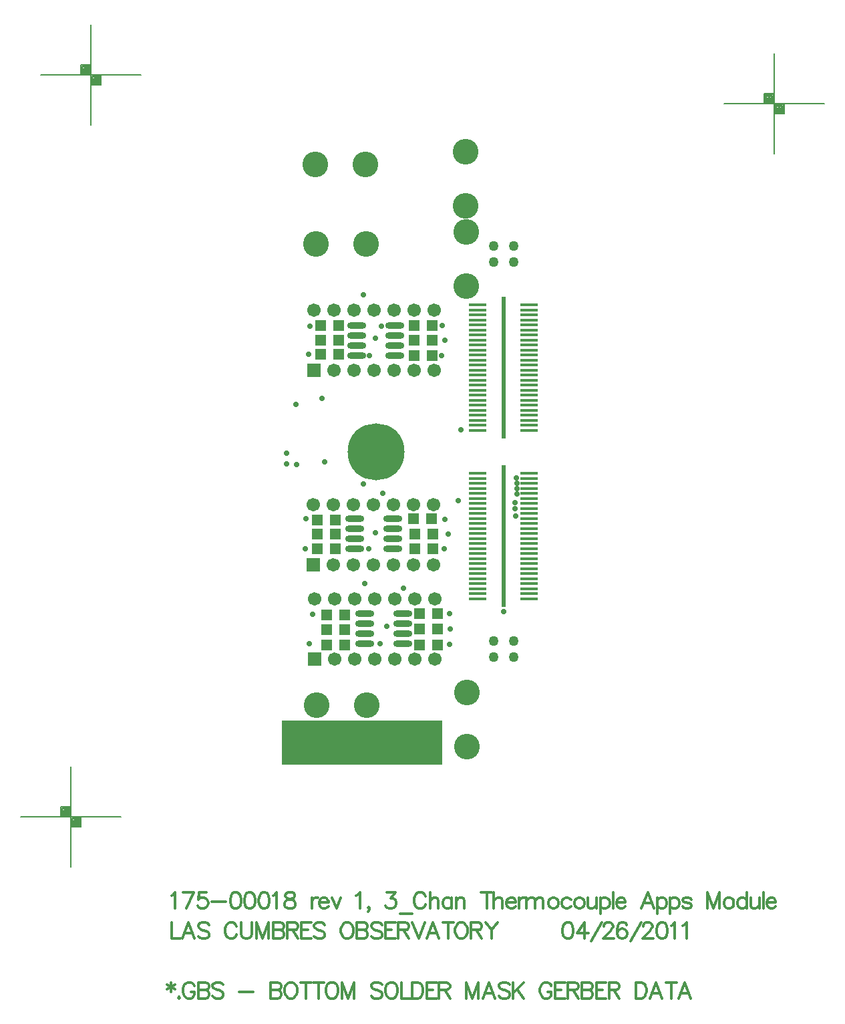
<source format=gbs>
%FSLAX23Y23*%
%MOIN*%
G70*
G01*
G75*
G04 Layer_Color=16711935*
%ADD10O,0.024X0.079*%
%ADD11R,0.070X0.135*%
%ADD12R,0.039X0.059*%
%ADD13C,0.010*%
%ADD14C,0.020*%
%ADD15C,0.012*%
%ADD16C,0.008*%
%ADD17C,0.012*%
%ADD18C,0.012*%
%ADD19C,0.120*%
%ADD20C,0.050*%
%ADD21C,0.059*%
%ADD22R,0.059X0.059*%
%ADD23C,0.276*%
%ADD24C,0.020*%
%ADD25C,0.040*%
%ADD26C,0.110*%
G04:AMPARAMS|DCode=27|XSize=130mil|YSize=130mil|CornerRadius=0mil|HoleSize=0mil|Usage=FLASHONLY|Rotation=0.000|XOffset=0mil|YOffset=0mil|HoleType=Round|Shape=Relief|Width=10mil|Gap=10mil|Entries=4|*
%AMTHD27*
7,0,0,0.130,0.110,0.010,45*
%
%ADD27THD27*%
%ADD28C,0.065*%
G04:AMPARAMS|DCode=29|XSize=85mil|YSize=85mil|CornerRadius=0mil|HoleSize=0mil|Usage=FLASHONLY|Rotation=0.000|XOffset=0mil|YOffset=0mil|HoleType=Round|Shape=Relief|Width=10mil|Gap=10mil|Entries=4|*
%AMTHD29*
7,0,0,0.085,0.065,0.010,45*
%
%ADD29THD29*%
%ADD30C,0.075*%
G04:AMPARAMS|DCode=31|XSize=95.433mil|YSize=95.433mil|CornerRadius=0mil|HoleSize=0mil|Usage=FLASHONLY|Rotation=0.000|XOffset=0mil|YOffset=0mil|HoleType=Round|Shape=Relief|Width=10mil|Gap=10mil|Entries=4|*
%AMTHD31*
7,0,0,0.095,0.075,0.010,45*
%
%ADD31THD31*%
%ADD32C,0.197*%
G04:AMPARAMS|DCode=33|XSize=70mil|YSize=70mil|CornerRadius=0mil|HoleSize=0mil|Usage=FLASHONLY|Rotation=0.000|XOffset=0mil|YOffset=0mil|HoleType=Round|Shape=Relief|Width=10mil|Gap=10mil|Entries=4|*
%AMTHD33*
7,0,0,0.070,0.050,0.010,45*
%
%ADD33THD33*%
%ADD34R,0.050X0.050*%
%ADD35O,0.087X0.024*%
%ADD36R,0.020X0.709*%
%ADD37R,0.085X0.016*%
%ADD38C,0.010*%
%ADD39C,0.008*%
%ADD40C,0.007*%
%ADD41R,0.175X0.238*%
%ADD42O,0.032X0.087*%
%ADD43R,0.078X0.143*%
%ADD44R,0.047X0.067*%
%ADD45C,0.128*%
%ADD46C,0.067*%
%ADD47R,0.067X0.067*%
%ADD48C,0.284*%
%ADD49C,0.028*%
%ADD50R,0.802X0.219*%
%ADD51R,0.058X0.058*%
%ADD52O,0.095X0.032*%
D15*
X24202Y15429D02*
Y15383D01*
X24183Y15418D02*
X24221Y15395D01*
Y15418D02*
X24183Y15395D01*
X24241Y15357D02*
X24238Y15353D01*
X24241Y15349D01*
X24245Y15353D01*
X24241Y15357D01*
X24320Y15410D02*
X24316Y15418D01*
X24308Y15425D01*
X24301Y15429D01*
X24286D01*
X24278Y15425D01*
X24270Y15418D01*
X24266Y15410D01*
X24263Y15399D01*
Y15380D01*
X24266Y15368D01*
X24270Y15361D01*
X24278Y15353D01*
X24286Y15349D01*
X24301D01*
X24308Y15353D01*
X24316Y15361D01*
X24320Y15368D01*
Y15380D01*
X24301D02*
X24320D01*
X24338Y15429D02*
Y15349D01*
Y15429D02*
X24372D01*
X24384Y15425D01*
X24388Y15421D01*
X24391Y15414D01*
Y15406D01*
X24388Y15399D01*
X24384Y15395D01*
X24372Y15391D01*
X24338D02*
X24372D01*
X24384Y15387D01*
X24388Y15383D01*
X24391Y15376D01*
Y15364D01*
X24388Y15357D01*
X24384Y15353D01*
X24372Y15349D01*
X24338D01*
X24463Y15418D02*
X24455Y15425D01*
X24444Y15429D01*
X24428D01*
X24417Y15425D01*
X24409Y15418D01*
Y15410D01*
X24413Y15402D01*
X24417Y15399D01*
X24425Y15395D01*
X24447Y15387D01*
X24455Y15383D01*
X24459Y15380D01*
X24463Y15372D01*
Y15361D01*
X24455Y15353D01*
X24444Y15349D01*
X24428D01*
X24417Y15353D01*
X24409Y15361D01*
X24543Y15383D02*
X24612D01*
X24698Y15429D02*
Y15349D01*
Y15429D02*
X24733D01*
X24744Y15425D01*
X24748Y15421D01*
X24752Y15414D01*
Y15406D01*
X24748Y15399D01*
X24744Y15395D01*
X24733Y15391D01*
X24698D02*
X24733D01*
X24744Y15387D01*
X24748Y15383D01*
X24752Y15376D01*
Y15364D01*
X24748Y15357D01*
X24744Y15353D01*
X24733Y15349D01*
X24698D01*
X24792Y15429D02*
X24785Y15425D01*
X24777Y15418D01*
X24773Y15410D01*
X24770Y15399D01*
Y15380D01*
X24773Y15368D01*
X24777Y15361D01*
X24785Y15353D01*
X24792Y15349D01*
X24808D01*
X24815Y15353D01*
X24823Y15361D01*
X24827Y15368D01*
X24831Y15380D01*
Y15399D01*
X24827Y15410D01*
X24823Y15418D01*
X24815Y15425D01*
X24808Y15429D01*
X24792D01*
X24876D02*
Y15349D01*
X24849Y15429D02*
X24903D01*
X24939D02*
Y15349D01*
X24912Y15429D02*
X24965D01*
X24998D02*
X24990Y15425D01*
X24983Y15418D01*
X24979Y15410D01*
X24975Y15399D01*
Y15380D01*
X24979Y15368D01*
X24983Y15361D01*
X24990Y15353D01*
X24998Y15349D01*
X25013D01*
X25021Y15353D01*
X25028Y15361D01*
X25032Y15368D01*
X25036Y15380D01*
Y15399D01*
X25032Y15410D01*
X25028Y15418D01*
X25021Y15425D01*
X25013Y15429D01*
X24998D01*
X25054D02*
Y15349D01*
Y15429D02*
X25085Y15349D01*
X25115Y15429D02*
X25085Y15349D01*
X25115Y15429D02*
Y15349D01*
X25254Y15418D02*
X25247Y15425D01*
X25235Y15429D01*
X25220D01*
X25209Y15425D01*
X25201Y15418D01*
Y15410D01*
X25205Y15402D01*
X25209Y15399D01*
X25216Y15395D01*
X25239Y15387D01*
X25247Y15383D01*
X25251Y15380D01*
X25254Y15372D01*
Y15361D01*
X25247Y15353D01*
X25235Y15349D01*
X25220D01*
X25209Y15353D01*
X25201Y15361D01*
X25295Y15429D02*
X25288Y15425D01*
X25280Y15418D01*
X25276Y15410D01*
X25272Y15399D01*
Y15380D01*
X25276Y15368D01*
X25280Y15361D01*
X25288Y15353D01*
X25295Y15349D01*
X25310D01*
X25318Y15353D01*
X25326Y15361D01*
X25329Y15368D01*
X25333Y15380D01*
Y15399D01*
X25329Y15410D01*
X25326Y15418D01*
X25318Y15425D01*
X25310Y15429D01*
X25295D01*
X25352D02*
Y15349D01*
X25398D01*
X25406Y15429D02*
Y15349D01*
Y15429D02*
X25433D01*
X25444Y15425D01*
X25452Y15418D01*
X25456Y15410D01*
X25460Y15399D01*
Y15380D01*
X25456Y15368D01*
X25452Y15361D01*
X25444Y15353D01*
X25433Y15349D01*
X25406D01*
X25527Y15429D02*
X25478D01*
Y15349D01*
X25527D01*
X25478Y15391D02*
X25508D01*
X25540Y15429D02*
Y15349D01*
Y15429D02*
X25575D01*
X25586Y15425D01*
X25590Y15421D01*
X25594Y15414D01*
Y15406D01*
X25590Y15399D01*
X25586Y15395D01*
X25575Y15391D01*
X25540D01*
X25567D02*
X25594Y15349D01*
X25675Y15429D02*
Y15349D01*
Y15429D02*
X25705Y15349D01*
X25735Y15429D02*
X25705Y15349D01*
X25735Y15429D02*
Y15349D01*
X25819D02*
X25789Y15429D01*
X25758Y15349D01*
X25770Y15376D02*
X25808D01*
X25891Y15418D02*
X25884Y15425D01*
X25872Y15429D01*
X25857D01*
X25846Y15425D01*
X25838Y15418D01*
Y15410D01*
X25842Y15402D01*
X25846Y15399D01*
X25853Y15395D01*
X25876Y15387D01*
X25884Y15383D01*
X25887Y15380D01*
X25891Y15372D01*
Y15361D01*
X25884Y15353D01*
X25872Y15349D01*
X25857D01*
X25846Y15353D01*
X25838Y15361D01*
X25909Y15429D02*
Y15349D01*
X25962Y15429D02*
X25909Y15376D01*
X25928Y15395D02*
X25962Y15349D01*
X26100Y15410D02*
X26097Y15418D01*
X26089Y15425D01*
X26081Y15429D01*
X26066D01*
X26058Y15425D01*
X26051Y15418D01*
X26047Y15410D01*
X26043Y15399D01*
Y15380D01*
X26047Y15368D01*
X26051Y15361D01*
X26058Y15353D01*
X26066Y15349D01*
X26081D01*
X26089Y15353D01*
X26097Y15361D01*
X26100Y15368D01*
Y15380D01*
X26081D02*
X26100D01*
X26168Y15429D02*
X26119D01*
Y15349D01*
X26168D01*
X26119Y15391D02*
X26149D01*
X26181Y15429D02*
Y15349D01*
Y15429D02*
X26216D01*
X26227Y15425D01*
X26231Y15421D01*
X26235Y15414D01*
Y15406D01*
X26231Y15399D01*
X26227Y15395D01*
X26216Y15391D01*
X26181D01*
X26208D02*
X26235Y15349D01*
X26253Y15429D02*
Y15349D01*
Y15429D02*
X26287D01*
X26298Y15425D01*
X26302Y15421D01*
X26306Y15414D01*
Y15406D01*
X26302Y15399D01*
X26298Y15395D01*
X26287Y15391D01*
X26253D02*
X26287D01*
X26298Y15387D01*
X26302Y15383D01*
X26306Y15376D01*
Y15364D01*
X26302Y15357D01*
X26298Y15353D01*
X26287Y15349D01*
X26253D01*
X26373Y15429D02*
X26324D01*
Y15349D01*
X26373D01*
X26324Y15391D02*
X26354D01*
X26387Y15429D02*
Y15349D01*
Y15429D02*
X26421D01*
X26432Y15425D01*
X26436Y15421D01*
X26440Y15414D01*
Y15406D01*
X26436Y15399D01*
X26432Y15395D01*
X26421Y15391D01*
X26387D01*
X26413D02*
X26440Y15349D01*
X26521Y15429D02*
Y15349D01*
Y15429D02*
X26548D01*
X26559Y15425D01*
X26567Y15418D01*
X26570Y15410D01*
X26574Y15399D01*
Y15380D01*
X26570Y15368D01*
X26567Y15361D01*
X26559Y15353D01*
X26548Y15349D01*
X26521D01*
X26653D02*
X26623Y15429D01*
X26592Y15349D01*
X26603Y15376D02*
X26642D01*
X26698Y15429D02*
Y15349D01*
X26672Y15429D02*
X26725D01*
X26795Y15349D02*
X26765Y15429D01*
X26735Y15349D01*
X26746Y15376D02*
X26784D01*
D16*
X26963Y19813D02*
X27463D01*
X27213Y19563D02*
Y20063D01*
X27163Y19813D02*
Y19863D01*
X27213D01*
X27263Y19763D02*
Y19813D01*
X27213Y19763D02*
X27263D01*
X27218Y19808D02*
X27258D01*
Y19768D02*
Y19808D01*
X27218Y19768D02*
X27258D01*
X27218D02*
Y19808D01*
X27223Y19803D02*
X27253D01*
Y19773D02*
Y19803D01*
X27223Y19773D02*
X27253D01*
X27223D02*
Y19798D01*
X27228D02*
X27248D01*
Y19778D02*
Y19798D01*
X27228Y19778D02*
X27248D01*
X27228D02*
Y19793D01*
X27233D02*
X27243D01*
Y19783D02*
Y19793D01*
X27233Y19783D02*
X27243D01*
X27233D02*
Y19793D01*
Y19788D02*
X27243D01*
X27168Y19858D02*
X27208D01*
Y19818D02*
Y19858D01*
X27168Y19818D02*
X27208D01*
X27168D02*
Y19858D01*
X27173Y19853D02*
X27203D01*
Y19823D02*
Y19853D01*
X27173Y19823D02*
X27203D01*
X27173D02*
Y19848D01*
X27178D02*
X27198D01*
Y19828D02*
Y19848D01*
X27178Y19828D02*
X27198D01*
X27178D02*
Y19843D01*
X27183D02*
X27193D01*
Y19833D02*
Y19843D01*
X27183Y19833D02*
X27193D01*
X27183D02*
Y19843D01*
Y19838D02*
X27193D01*
X23552Y19954D02*
X24052D01*
X23802Y19704D02*
Y20204D01*
X23752Y19954D02*
Y20004D01*
X23802D01*
X23852Y19904D02*
Y19954D01*
X23802Y19904D02*
X23852D01*
X23807Y19949D02*
X23847D01*
Y19909D02*
Y19949D01*
X23807Y19909D02*
X23847D01*
X23807D02*
Y19949D01*
X23812Y19944D02*
X23842D01*
Y19914D02*
Y19944D01*
X23812Y19914D02*
X23842D01*
X23812D02*
Y19939D01*
X23817D02*
X23837D01*
Y19919D02*
Y19939D01*
X23817Y19919D02*
X23837D01*
X23817D02*
Y19934D01*
X23822D02*
X23832D01*
Y19924D02*
Y19934D01*
X23822Y19924D02*
X23832D01*
X23822D02*
Y19934D01*
Y19929D02*
X23832D01*
X23757Y19999D02*
X23797D01*
Y19959D02*
Y19999D01*
X23757Y19959D02*
X23797D01*
X23757D02*
Y19999D01*
X23762Y19994D02*
X23792D01*
Y19964D02*
Y19994D01*
X23762Y19964D02*
X23792D01*
X23762D02*
Y19989D01*
X23767D02*
X23787D01*
Y19969D02*
Y19989D01*
X23767Y19969D02*
X23787D01*
X23767D02*
Y19984D01*
X23772D02*
X23782D01*
Y19974D02*
Y19984D01*
X23772Y19974D02*
X23782D01*
X23772D02*
Y19984D01*
Y19979D02*
X23782D01*
X23453Y16254D02*
X23953D01*
X23703Y16004D02*
Y16504D01*
X23653Y16254D02*
Y16304D01*
X23703D01*
X23753Y16204D02*
Y16254D01*
X23703Y16204D02*
X23753D01*
X23708Y16249D02*
X23748D01*
Y16209D02*
Y16249D01*
X23708Y16209D02*
X23748D01*
X23708D02*
Y16249D01*
X23713Y16244D02*
X23743D01*
Y16214D02*
Y16244D01*
X23713Y16214D02*
X23743D01*
X23713D02*
Y16239D01*
X23718D02*
X23738D01*
Y16219D02*
Y16239D01*
X23718Y16219D02*
X23738D01*
X23718D02*
Y16234D01*
X23723D02*
X23733D01*
Y16224D02*
Y16234D01*
X23723Y16224D02*
X23733D01*
X23723D02*
Y16234D01*
Y16229D02*
X23733D01*
X23658Y16299D02*
X23698D01*
Y16259D02*
Y16299D01*
X23658Y16259D02*
X23698D01*
X23658D02*
Y16299D01*
X23663Y16294D02*
X23693D01*
Y16264D02*
Y16294D01*
X23663Y16264D02*
X23693D01*
X23663D02*
Y16289D01*
X23668D02*
X23688D01*
Y16269D02*
Y16289D01*
X23668Y16269D02*
X23688D01*
X23668D02*
Y16284D01*
X23673D02*
X23683D01*
Y16274D02*
Y16284D01*
X23673Y16274D02*
X23683D01*
X23673D02*
Y16284D01*
Y16279D02*
X23683D01*
D17*
X24204Y15862D02*
X24212Y15866D01*
X24223Y15878D01*
Y15798D01*
X24316Y15878D02*
X24278Y15798D01*
X24263Y15878D02*
X24316D01*
X24380D02*
X24342D01*
X24338Y15843D01*
X24342Y15847D01*
X24353Y15851D01*
X24364D01*
X24376Y15847D01*
X24383Y15840D01*
X24387Y15828D01*
Y15821D01*
X24383Y15809D01*
X24376Y15801D01*
X24364Y15798D01*
X24353D01*
X24342Y15801D01*
X24338Y15805D01*
X24334Y15813D01*
X24405Y15832D02*
X24474D01*
X24520Y15878D02*
X24509Y15874D01*
X24501Y15862D01*
X24497Y15843D01*
Y15832D01*
X24501Y15813D01*
X24509Y15801D01*
X24520Y15798D01*
X24528D01*
X24539Y15801D01*
X24547Y15813D01*
X24551Y15832D01*
Y15843D01*
X24547Y15862D01*
X24539Y15874D01*
X24528Y15878D01*
X24520D01*
X24591D02*
X24580Y15874D01*
X24572Y15862D01*
X24569Y15843D01*
Y15832D01*
X24572Y15813D01*
X24580Y15801D01*
X24591Y15798D01*
X24599D01*
X24610Y15801D01*
X24618Y15813D01*
X24622Y15832D01*
Y15843D01*
X24618Y15862D01*
X24610Y15874D01*
X24599Y15878D01*
X24591D01*
X24663D02*
X24651Y15874D01*
X24644Y15862D01*
X24640Y15843D01*
Y15832D01*
X24644Y15813D01*
X24651Y15801D01*
X24663Y15798D01*
X24670D01*
X24682Y15801D01*
X24689Y15813D01*
X24693Y15832D01*
Y15843D01*
X24689Y15862D01*
X24682Y15874D01*
X24670Y15878D01*
X24663D01*
X24711Y15862D02*
X24719Y15866D01*
X24730Y15878D01*
Y15798D01*
X24789Y15878D02*
X24777Y15874D01*
X24773Y15866D01*
Y15859D01*
X24777Y15851D01*
X24785Y15847D01*
X24800Y15843D01*
X24812Y15840D01*
X24819Y15832D01*
X24823Y15824D01*
Y15813D01*
X24819Y15805D01*
X24815Y15801D01*
X24804Y15798D01*
X24789D01*
X24777Y15801D01*
X24773Y15805D01*
X24770Y15813D01*
Y15824D01*
X24773Y15832D01*
X24781Y15840D01*
X24793Y15843D01*
X24808Y15847D01*
X24815Y15851D01*
X24819Y15859D01*
Y15866D01*
X24815Y15874D01*
X24804Y15878D01*
X24789D01*
X24904Y15851D02*
Y15798D01*
Y15828D02*
X24908Y15840D01*
X24915Y15847D01*
X24923Y15851D01*
X24934D01*
X24941Y15828D02*
X24987D01*
Y15836D01*
X24983Y15843D01*
X24980Y15847D01*
X24972Y15851D01*
X24960D01*
X24953Y15847D01*
X24945Y15840D01*
X24941Y15828D01*
Y15821D01*
X24945Y15809D01*
X24953Y15801D01*
X24960Y15798D01*
X24972D01*
X24980Y15801D01*
X24987Y15809D01*
X25004Y15851D02*
X25027Y15798D01*
X25050Y15851D02*
X25027Y15798D01*
X25126Y15862D02*
X25133Y15866D01*
X25145Y15878D01*
Y15798D01*
X25192Y15801D02*
X25188Y15798D01*
X25184Y15801D01*
X25188Y15805D01*
X25192Y15801D01*
Y15794D01*
X25188Y15786D01*
X25184Y15782D01*
X25280Y15878D02*
X25322D01*
X25299Y15847D01*
X25311D01*
X25318Y15843D01*
X25322Y15840D01*
X25326Y15828D01*
Y15821D01*
X25322Y15809D01*
X25314Y15801D01*
X25303Y15798D01*
X25291D01*
X25280Y15801D01*
X25276Y15805D01*
X25272Y15813D01*
X25344Y15771D02*
X25405D01*
X25472Y15859D02*
X25468Y15866D01*
X25461Y15874D01*
X25453Y15878D01*
X25438D01*
X25430Y15874D01*
X25422Y15866D01*
X25419Y15859D01*
X25415Y15847D01*
Y15828D01*
X25419Y15817D01*
X25422Y15809D01*
X25430Y15801D01*
X25438Y15798D01*
X25453D01*
X25461Y15801D01*
X25468Y15809D01*
X25472Y15817D01*
X25494Y15878D02*
Y15798D01*
Y15836D02*
X25506Y15847D01*
X25514Y15851D01*
X25525D01*
X25533Y15847D01*
X25536Y15836D01*
Y15798D01*
X25603Y15851D02*
Y15798D01*
Y15840D02*
X25595Y15847D01*
X25588Y15851D01*
X25576D01*
X25569Y15847D01*
X25561Y15840D01*
X25557Y15828D01*
Y15821D01*
X25561Y15809D01*
X25569Y15801D01*
X25576Y15798D01*
X25588D01*
X25595Y15801D01*
X25603Y15809D01*
X25624Y15851D02*
Y15798D01*
Y15836D02*
X25636Y15847D01*
X25643Y15851D01*
X25655D01*
X25662Y15847D01*
X25666Y15836D01*
Y15798D01*
X25777Y15878D02*
Y15798D01*
X25750Y15878D02*
X25803D01*
X25813D02*
Y15798D01*
Y15836D02*
X25824Y15847D01*
X25832Y15851D01*
X25843D01*
X25851Y15847D01*
X25855Y15836D01*
Y15798D01*
X25876Y15828D02*
X25921D01*
Y15836D01*
X25918Y15843D01*
X25914Y15847D01*
X25906Y15851D01*
X25895D01*
X25887Y15847D01*
X25880Y15840D01*
X25876Y15828D01*
Y15821D01*
X25880Y15809D01*
X25887Y15801D01*
X25895Y15798D01*
X25906D01*
X25914Y15801D01*
X25921Y15809D01*
X25939Y15851D02*
Y15798D01*
Y15828D02*
X25942Y15840D01*
X25950Y15847D01*
X25958Y15851D01*
X25969D01*
X25976D02*
Y15798D01*
Y15836D02*
X25988Y15847D01*
X25995Y15851D01*
X26007D01*
X26014Y15847D01*
X26018Y15836D01*
Y15798D01*
Y15836D02*
X26030Y15847D01*
X26037Y15851D01*
X26049D01*
X26056Y15847D01*
X26060Y15836D01*
Y15798D01*
X26104Y15851D02*
X26097Y15847D01*
X26089Y15840D01*
X26085Y15828D01*
Y15821D01*
X26089Y15809D01*
X26097Y15801D01*
X26104Y15798D01*
X26116D01*
X26123Y15801D01*
X26131Y15809D01*
X26135Y15821D01*
Y15828D01*
X26131Y15840D01*
X26123Y15847D01*
X26116Y15851D01*
X26104D01*
X26198Y15840D02*
X26190Y15847D01*
X26183Y15851D01*
X26171D01*
X26164Y15847D01*
X26156Y15840D01*
X26152Y15828D01*
Y15821D01*
X26156Y15809D01*
X26164Y15801D01*
X26171Y15798D01*
X26183D01*
X26190Y15801D01*
X26198Y15809D01*
X26234Y15851D02*
X26227Y15847D01*
X26219Y15840D01*
X26215Y15828D01*
Y15821D01*
X26219Y15809D01*
X26227Y15801D01*
X26234Y15798D01*
X26246D01*
X26253Y15801D01*
X26261Y15809D01*
X26265Y15821D01*
Y15828D01*
X26261Y15840D01*
X26253Y15847D01*
X26246Y15851D01*
X26234D01*
X26282D02*
Y15813D01*
X26286Y15801D01*
X26294Y15798D01*
X26305D01*
X26313Y15801D01*
X26324Y15813D01*
Y15851D02*
Y15798D01*
X26345Y15851D02*
Y15771D01*
Y15840D02*
X26353Y15847D01*
X26360Y15851D01*
X26372D01*
X26379Y15847D01*
X26387Y15840D01*
X26391Y15828D01*
Y15821D01*
X26387Y15809D01*
X26379Y15801D01*
X26372Y15798D01*
X26360D01*
X26353Y15801D01*
X26345Y15809D01*
X26408Y15878D02*
Y15798D01*
X26425Y15828D02*
X26470D01*
Y15836D01*
X26466Y15843D01*
X26463Y15847D01*
X26455Y15851D01*
X26444D01*
X26436Y15847D01*
X26428Y15840D01*
X26425Y15828D01*
Y15821D01*
X26428Y15809D01*
X26436Y15801D01*
X26444Y15798D01*
X26455D01*
X26463Y15801D01*
X26470Y15809D01*
X26611Y15798D02*
X26581Y15878D01*
X26550Y15798D01*
X26562Y15824D02*
X26600D01*
X26630Y15851D02*
Y15771D01*
Y15840D02*
X26637Y15847D01*
X26645Y15851D01*
X26657D01*
X26664Y15847D01*
X26672Y15840D01*
X26676Y15828D01*
Y15821D01*
X26672Y15809D01*
X26664Y15801D01*
X26657Y15798D01*
X26645D01*
X26637Y15801D01*
X26630Y15809D01*
X26693Y15851D02*
Y15771D01*
Y15840D02*
X26700Y15847D01*
X26708Y15851D01*
X26719D01*
X26727Y15847D01*
X26735Y15840D01*
X26738Y15828D01*
Y15821D01*
X26735Y15809D01*
X26727Y15801D01*
X26719Y15798D01*
X26708D01*
X26700Y15801D01*
X26693Y15809D01*
X26797Y15840D02*
X26794Y15847D01*
X26782Y15851D01*
X26771D01*
X26759Y15847D01*
X26756Y15840D01*
X26759Y15832D01*
X26767Y15828D01*
X26786Y15824D01*
X26794Y15821D01*
X26797Y15813D01*
Y15809D01*
X26794Y15801D01*
X26782Y15798D01*
X26771D01*
X26759Y15801D01*
X26756Y15809D01*
X26877Y15878D02*
Y15798D01*
Y15878D02*
X26908Y15798D01*
X26938Y15878D02*
X26908Y15798D01*
X26938Y15878D02*
Y15798D01*
X26980Y15851D02*
X26972Y15847D01*
X26965Y15840D01*
X26961Y15828D01*
Y15821D01*
X26965Y15809D01*
X26972Y15801D01*
X26980Y15798D01*
X26991D01*
X26999Y15801D01*
X27007Y15809D01*
X27010Y15821D01*
Y15828D01*
X27007Y15840D01*
X26999Y15847D01*
X26991Y15851D01*
X26980D01*
X27074Y15878D02*
Y15798D01*
Y15840D02*
X27066Y15847D01*
X27058Y15851D01*
X27047D01*
X27039Y15847D01*
X27032Y15840D01*
X27028Y15828D01*
Y15821D01*
X27032Y15809D01*
X27039Y15801D01*
X27047Y15798D01*
X27058D01*
X27066Y15801D01*
X27074Y15809D01*
X27095Y15851D02*
Y15813D01*
X27099Y15801D01*
X27106Y15798D01*
X27118D01*
X27125Y15801D01*
X27137Y15813D01*
Y15851D02*
Y15798D01*
X27158Y15878D02*
Y15798D01*
X27174Y15828D02*
X27220D01*
Y15836D01*
X27216Y15843D01*
X27213Y15847D01*
X27205Y15851D01*
X27194D01*
X27186Y15847D01*
X27178Y15840D01*
X27174Y15828D01*
Y15821D01*
X27178Y15809D01*
X27186Y15801D01*
X27194Y15798D01*
X27205D01*
X27213Y15801D01*
X27220Y15809D01*
D18*
X24204Y15728D02*
Y15648D01*
X24250D01*
X24319D02*
X24289Y15728D01*
X24259Y15648D01*
X24270Y15674D02*
X24308D01*
X24391Y15716D02*
X24384Y15724D01*
X24372Y15728D01*
X24357D01*
X24346Y15724D01*
X24338Y15716D01*
Y15709D01*
X24342Y15701D01*
X24346Y15697D01*
X24353Y15693D01*
X24376Y15686D01*
X24384Y15682D01*
X24388Y15678D01*
X24391Y15671D01*
Y15659D01*
X24384Y15651D01*
X24372Y15648D01*
X24357D01*
X24346Y15651D01*
X24338Y15659D01*
X24529Y15709D02*
X24526Y15716D01*
X24518Y15724D01*
X24510Y15728D01*
X24495D01*
X24487Y15724D01*
X24480Y15716D01*
X24476Y15709D01*
X24472Y15697D01*
Y15678D01*
X24476Y15667D01*
X24480Y15659D01*
X24487Y15651D01*
X24495Y15648D01*
X24510D01*
X24518Y15651D01*
X24526Y15659D01*
X24529Y15667D01*
X24552Y15728D02*
Y15671D01*
X24556Y15659D01*
X24563Y15651D01*
X24575Y15648D01*
X24582D01*
X24594Y15651D01*
X24601Y15659D01*
X24605Y15671D01*
Y15728D01*
X24627D02*
Y15648D01*
Y15728D02*
X24658Y15648D01*
X24688Y15728D02*
X24658Y15648D01*
X24688Y15728D02*
Y15648D01*
X24711Y15728D02*
Y15648D01*
Y15728D02*
X24745D01*
X24757Y15724D01*
X24761Y15720D01*
X24764Y15712D01*
Y15705D01*
X24761Y15697D01*
X24757Y15693D01*
X24745Y15690D01*
X24711D02*
X24745D01*
X24757Y15686D01*
X24761Y15682D01*
X24764Y15674D01*
Y15663D01*
X24761Y15655D01*
X24757Y15651D01*
X24745Y15648D01*
X24711D01*
X24782Y15728D02*
Y15648D01*
Y15728D02*
X24817D01*
X24828Y15724D01*
X24832Y15720D01*
X24836Y15712D01*
Y15705D01*
X24832Y15697D01*
X24828Y15693D01*
X24817Y15690D01*
X24782D01*
X24809D02*
X24836Y15648D01*
X24903Y15728D02*
X24853D01*
Y15648D01*
X24903D01*
X24853Y15690D02*
X24884D01*
X24970Y15716D02*
X24962Y15724D01*
X24951Y15728D01*
X24935D01*
X24924Y15724D01*
X24916Y15716D01*
Y15709D01*
X24920Y15701D01*
X24924Y15697D01*
X24932Y15693D01*
X24954Y15686D01*
X24962Y15682D01*
X24966Y15678D01*
X24970Y15671D01*
Y15659D01*
X24962Y15651D01*
X24951Y15648D01*
X24935D01*
X24924Y15651D01*
X24916Y15659D01*
X25073Y15728D02*
X25066Y15724D01*
X25058Y15716D01*
X25054Y15709D01*
X25050Y15697D01*
Y15678D01*
X25054Y15667D01*
X25058Y15659D01*
X25066Y15651D01*
X25073Y15648D01*
X25088D01*
X25096Y15651D01*
X25104Y15659D01*
X25108Y15667D01*
X25111Y15678D01*
Y15697D01*
X25108Y15709D01*
X25104Y15716D01*
X25096Y15724D01*
X25088Y15728D01*
X25073D01*
X25130D02*
Y15648D01*
Y15728D02*
X25164D01*
X25176Y15724D01*
X25179Y15720D01*
X25183Y15712D01*
Y15705D01*
X25179Y15697D01*
X25176Y15693D01*
X25164Y15690D01*
X25130D02*
X25164D01*
X25176Y15686D01*
X25179Y15682D01*
X25183Y15674D01*
Y15663D01*
X25179Y15655D01*
X25176Y15651D01*
X25164Y15648D01*
X25130D01*
X25255Y15716D02*
X25247Y15724D01*
X25235Y15728D01*
X25220D01*
X25209Y15724D01*
X25201Y15716D01*
Y15709D01*
X25205Y15701D01*
X25209Y15697D01*
X25216Y15693D01*
X25239Y15686D01*
X25247Y15682D01*
X25251Y15678D01*
X25255Y15671D01*
Y15659D01*
X25247Y15651D01*
X25235Y15648D01*
X25220D01*
X25209Y15651D01*
X25201Y15659D01*
X25322Y15728D02*
X25272D01*
Y15648D01*
X25322D01*
X25272Y15690D02*
X25303D01*
X25335Y15728D02*
Y15648D01*
Y15728D02*
X25370D01*
X25381Y15724D01*
X25385Y15720D01*
X25389Y15712D01*
Y15705D01*
X25385Y15697D01*
X25381Y15693D01*
X25370Y15690D01*
X25335D01*
X25362D02*
X25389Y15648D01*
X25406Y15728D02*
X25437Y15648D01*
X25467Y15728D02*
X25437Y15648D01*
X25539D02*
X25508Y15728D01*
X25478Y15648D01*
X25489Y15674D02*
X25527D01*
X25584Y15728D02*
Y15648D01*
X25557Y15728D02*
X25611D01*
X25643D02*
X25635Y15724D01*
X25628Y15716D01*
X25624Y15709D01*
X25620Y15697D01*
Y15678D01*
X25624Y15667D01*
X25628Y15659D01*
X25635Y15651D01*
X25643Y15648D01*
X25658D01*
X25666Y15651D01*
X25673Y15659D01*
X25677Y15667D01*
X25681Y15678D01*
Y15697D01*
X25677Y15709D01*
X25673Y15716D01*
X25666Y15724D01*
X25658Y15728D01*
X25643D01*
X25700D02*
Y15648D01*
Y15728D02*
X25734D01*
X25745Y15724D01*
X25749Y15720D01*
X25753Y15712D01*
Y15705D01*
X25749Y15697D01*
X25745Y15693D01*
X25734Y15690D01*
X25700D01*
X25726D02*
X25753Y15648D01*
X25771Y15728D02*
X25801Y15690D01*
Y15648D01*
X25832Y15728D02*
X25801Y15690D01*
X26179Y15728D02*
X26168Y15724D01*
X26160Y15712D01*
X26156Y15693D01*
Y15682D01*
X26160Y15663D01*
X26168Y15651D01*
X26179Y15648D01*
X26187D01*
X26198Y15651D01*
X26206Y15663D01*
X26210Y15682D01*
Y15693D01*
X26206Y15712D01*
X26198Y15724D01*
X26187Y15728D01*
X26179D01*
X26266D02*
X26228Y15674D01*
X26285D01*
X26266Y15728D02*
Y15648D01*
X26299Y15636D02*
X26352Y15728D01*
X26361Y15709D02*
Y15712D01*
X26365Y15720D01*
X26369Y15724D01*
X26377Y15728D01*
X26392D01*
X26399Y15724D01*
X26403Y15720D01*
X26407Y15712D01*
Y15705D01*
X26403Y15697D01*
X26396Y15686D01*
X26358Y15648D01*
X26411D01*
X26474Y15716D02*
X26471Y15724D01*
X26459Y15728D01*
X26452D01*
X26440Y15724D01*
X26433Y15712D01*
X26429Y15693D01*
Y15674D01*
X26433Y15659D01*
X26440Y15651D01*
X26452Y15648D01*
X26455D01*
X26467Y15651D01*
X26474Y15659D01*
X26478Y15671D01*
Y15674D01*
X26474Y15686D01*
X26467Y15693D01*
X26455Y15697D01*
X26452D01*
X26440Y15693D01*
X26433Y15686D01*
X26429Y15674D01*
X26496Y15636D02*
X26549Y15728D01*
X26558Y15709D02*
Y15712D01*
X26562Y15720D01*
X26566Y15724D01*
X26573Y15728D01*
X26589D01*
X26596Y15724D01*
X26600Y15720D01*
X26604Y15712D01*
Y15705D01*
X26600Y15697D01*
X26593Y15686D01*
X26554Y15648D01*
X26608D01*
X26649Y15728D02*
X26637Y15724D01*
X26629Y15712D01*
X26626Y15693D01*
Y15682D01*
X26629Y15663D01*
X26637Y15651D01*
X26649Y15648D01*
X26656D01*
X26668Y15651D01*
X26675Y15663D01*
X26679Y15682D01*
Y15693D01*
X26675Y15712D01*
X26668Y15724D01*
X26656Y15728D01*
X26649D01*
X26697Y15712D02*
X26705Y15716D01*
X26716Y15728D01*
Y15648D01*
X26756Y15712D02*
X26763Y15716D01*
X26775Y15728D01*
Y15648D01*
D20*
X25911Y17051D02*
D03*
Y17130D02*
D03*
X25811Y17131D02*
D03*
Y17051D02*
D03*
Y19101D02*
D03*
X25911D02*
D03*
Y19021D02*
D03*
X25811D02*
D03*
D36*
X25861Y17656D02*
D03*
Y18496D02*
D03*
D37*
X25733Y18808D02*
D03*
X25989D02*
D03*
X25733Y18583D02*
D03*
Y18658D02*
D03*
Y18733D02*
D03*
X25989Y18583D02*
D03*
Y18658D02*
D03*
Y18733D02*
D03*
X25733Y18183D02*
D03*
Y18258D02*
D03*
Y18333D02*
D03*
Y18408D02*
D03*
X25989Y18183D02*
D03*
Y18258D02*
D03*
Y18333D02*
D03*
Y18408D02*
D03*
X25733Y17943D02*
D03*
X25989D02*
D03*
X25733Y17543D02*
D03*
Y17618D02*
D03*
Y17693D02*
D03*
Y17768D02*
D03*
X25989Y17543D02*
D03*
Y17618D02*
D03*
Y17693D02*
D03*
Y17768D02*
D03*
X25733Y17368D02*
D03*
X25989D02*
D03*
X25733Y18758D02*
D03*
Y18783D02*
D03*
X25989Y18758D02*
D03*
Y18783D02*
D03*
X25733Y18683D02*
D03*
Y18708D02*
D03*
X25989Y18683D02*
D03*
Y18708D02*
D03*
X25733Y18608D02*
D03*
Y18633D02*
D03*
X25989Y18608D02*
D03*
Y18633D02*
D03*
X25733Y18508D02*
D03*
Y18533D02*
D03*
Y18558D02*
D03*
X25989Y18508D02*
D03*
Y18533D02*
D03*
Y18558D02*
D03*
X25733Y18433D02*
D03*
Y18458D02*
D03*
Y18483D02*
D03*
X25989Y18433D02*
D03*
Y18458D02*
D03*
Y18483D02*
D03*
X25733Y18358D02*
D03*
Y18383D02*
D03*
X25989Y18358D02*
D03*
Y18383D02*
D03*
X25733Y18283D02*
D03*
Y18308D02*
D03*
X25989Y18283D02*
D03*
Y18308D02*
D03*
X25733Y18208D02*
D03*
Y18233D02*
D03*
X25989Y18208D02*
D03*
Y18233D02*
D03*
X25733Y17968D02*
D03*
X25989D02*
D03*
X25733Y17868D02*
D03*
Y17893D02*
D03*
Y17918D02*
D03*
X25989Y17868D02*
D03*
Y17893D02*
D03*
Y17918D02*
D03*
X25733Y17793D02*
D03*
Y17818D02*
D03*
Y17843D02*
D03*
X25989Y17793D02*
D03*
Y17818D02*
D03*
Y17843D02*
D03*
X25733Y17718D02*
D03*
Y17743D02*
D03*
X25989Y17718D02*
D03*
Y17743D02*
D03*
X25733Y17643D02*
D03*
Y17668D02*
D03*
X25989Y17643D02*
D03*
Y17668D02*
D03*
X25733Y17568D02*
D03*
Y17593D02*
D03*
X25989Y17568D02*
D03*
Y17593D02*
D03*
X25733Y17468D02*
D03*
Y17493D02*
D03*
Y17518D02*
D03*
X25989Y17468D02*
D03*
Y17493D02*
D03*
Y17518D02*
D03*
X25733Y17393D02*
D03*
Y17418D02*
D03*
Y17443D02*
D03*
X25989Y17393D02*
D03*
Y17418D02*
D03*
Y17443D02*
D03*
X25733Y17343D02*
D03*
X25989D02*
D03*
D45*
X24927Y16813D02*
D03*
X25177D02*
D03*
X25677Y16605D02*
D03*
Y16875D02*
D03*
X24923Y19509D02*
D03*
X25173D02*
D03*
X25673Y19301D02*
D03*
Y19571D02*
D03*
X24924Y19110D02*
D03*
X25174D02*
D03*
X25674Y18902D02*
D03*
Y19172D02*
D03*
D46*
X25514Y18780D02*
D03*
X25414D02*
D03*
X25314D02*
D03*
X25214D02*
D03*
X25114D02*
D03*
X25014D02*
D03*
X24914D02*
D03*
X25514Y18480D02*
D03*
X25414D02*
D03*
X25314D02*
D03*
X25214D02*
D03*
X25114D02*
D03*
X25014D02*
D03*
X25518Y17343D02*
D03*
X25418D02*
D03*
X25318D02*
D03*
X25218D02*
D03*
X25118D02*
D03*
X25018D02*
D03*
X24918D02*
D03*
X25518Y17043D02*
D03*
X25418D02*
D03*
X25318D02*
D03*
X25218D02*
D03*
X25118D02*
D03*
X25018D02*
D03*
X25513Y17811D02*
D03*
X25413D02*
D03*
X25313D02*
D03*
X25213D02*
D03*
X25113D02*
D03*
X25013D02*
D03*
X24913D02*
D03*
X25513Y17511D02*
D03*
X25413D02*
D03*
X25313D02*
D03*
X25213D02*
D03*
X25113D02*
D03*
X25013D02*
D03*
D47*
X24914Y18480D02*
D03*
X24918Y17043D02*
D03*
X24913Y17511D02*
D03*
D48*
X25224Y18076D02*
D03*
D49*
X25648Y18184D02*
D03*
X25161Y17915D02*
D03*
X25168Y17417D02*
D03*
X25162Y18858D02*
D03*
X25223Y18640D02*
D03*
X25253Y18702D02*
D03*
X24889Y18561D02*
D03*
X24895Y18702D02*
D03*
X25567Y18631D02*
D03*
X25192Y18554D02*
D03*
X25569Y17739D02*
D03*
X25566Y17591D02*
D03*
X24876Y17740D02*
D03*
X25259Y17868D02*
D03*
X24871Y17592D02*
D03*
X25585Y17664D02*
D03*
X25189Y17590D02*
D03*
X25221Y17671D02*
D03*
X25363Y17396D02*
D03*
X24893Y17118D02*
D03*
X25593Y17267D02*
D03*
X25592Y17114D02*
D03*
X25278Y17206D02*
D03*
X25595Y17193D02*
D03*
X25246Y17118D02*
D03*
X24910Y17264D02*
D03*
X25862Y17277D02*
D03*
X25930Y17865D02*
D03*
X25928Y17891D02*
D03*
X25927Y17917D02*
D03*
X25926Y17944D02*
D03*
X24824Y18312D02*
D03*
X24779Y18015D02*
D03*
X24954Y18340D02*
D03*
X24829Y18011D02*
D03*
X24970Y18024D02*
D03*
X25922Y17754D02*
D03*
X25917Y17791D02*
D03*
Y17820D02*
D03*
X25634Y17833D02*
D03*
X25551Y18555D02*
D03*
X25556Y18704D02*
D03*
X24778Y18069D02*
D03*
D50*
X25154Y16625D02*
D03*
D51*
X25504Y18705D02*
D03*
X25414D02*
D03*
X24978Y17263D02*
D03*
X25068D02*
D03*
X24978Y17188D02*
D03*
X25068D02*
D03*
X25533Y17268D02*
D03*
X25443D02*
D03*
X24933Y17666D02*
D03*
X25023D02*
D03*
X24947Y18631D02*
D03*
X25037D02*
D03*
X25533Y17113D02*
D03*
X25443D02*
D03*
Y17193D02*
D03*
X25533D02*
D03*
X25068Y17113D02*
D03*
X24978D02*
D03*
X25508Y17591D02*
D03*
X25418D02*
D03*
Y17666D02*
D03*
X25508D02*
D03*
X25023Y17591D02*
D03*
X24933D02*
D03*
X25504Y18555D02*
D03*
X25414D02*
D03*
Y18630D02*
D03*
X25504D02*
D03*
X25039Y18560D02*
D03*
X24949D02*
D03*
X24933Y17736D02*
D03*
X25023D02*
D03*
X25503Y17741D02*
D03*
X25413D02*
D03*
X24947Y18704D02*
D03*
X25037D02*
D03*
D52*
X25319Y18705D02*
D03*
Y18655D02*
D03*
Y18605D02*
D03*
Y18555D02*
D03*
X25130Y18705D02*
D03*
Y18655D02*
D03*
Y18605D02*
D03*
Y18555D02*
D03*
X25357Y17268D02*
D03*
Y17218D02*
D03*
Y17168D02*
D03*
Y17118D02*
D03*
X25168Y17268D02*
D03*
Y17218D02*
D03*
Y17168D02*
D03*
Y17118D02*
D03*
X25308Y17741D02*
D03*
Y17691D02*
D03*
Y17641D02*
D03*
Y17591D02*
D03*
X25119Y17741D02*
D03*
Y17691D02*
D03*
Y17641D02*
D03*
Y17591D02*
D03*
M02*

</source>
